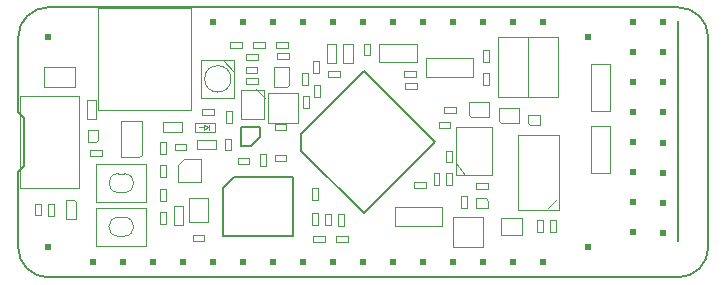
<source format=gbr>
G04 #@! TF.GenerationSoftware,KiCad,Pcbnew,5.1.5+dfsg1-2~bpo10+1*
G04 #@! TF.CreationDate,2020-03-31T11:43:15+02:00*
G04 #@! TF.ProjectId,quickfeather-board,71756963-6b66-4656-9174-6865722d626f,rev?*
G04 #@! TF.SameCoordinates,Original*
G04 #@! TF.FileFunction,Other,Fab,Top*
%FSLAX46Y46*%
G04 Gerber Fmt 4.6, Leading zero omitted, Abs format (unit mm)*
G04 Created by KiCad (PCBNEW 5.1.5+dfsg1-2~bpo10+1) date 2020-03-31 11:43:15*
%MOMM*%
%LPD*%
G04 APERTURE LIST*
%ADD10C,0.150000*%
%ADD11C,0.120000*%
%ADD12C,0.100000*%
G04 APERTURE END LIST*
D10*
X179000000Y-94771700D02*
X179000000Y-113341700D01*
X123101100Y-102463600D02*
X123609100Y-102971600D01*
X123609100Y-102971600D02*
X123609100Y-107035600D01*
X123609100Y-107035600D02*
X123101100Y-107543600D01*
X178981100Y-93573600D02*
G75*
G02X181521100Y-96113600I0J-2540000D01*
G01*
X181521100Y-113893600D02*
G75*
G02X178981100Y-116433600I-2540000J0D01*
G01*
X125641100Y-116433600D02*
X178981100Y-116433600D01*
X181521100Y-113893600D02*
X181521100Y-96113600D01*
X178981100Y-93573600D02*
X125641100Y-93573600D01*
X123101100Y-96113600D02*
G75*
G02X125641100Y-93573600I2540000J0D01*
G01*
X123101100Y-96113600D02*
X123101100Y-102463600D01*
X123101100Y-107543600D02*
X123101100Y-113893600D01*
X125641100Y-116433600D02*
G75*
G02X123101100Y-113893600I0J2540000D01*
G01*
D11*
X143204000Y-100515000D02*
X143966000Y-101277000D01*
X141950000Y-103035000D02*
X141950000Y-100535000D01*
X143950000Y-103035000D02*
X141950000Y-103035000D01*
X143950000Y-100535000D02*
X143950000Y-103035000D01*
X141950000Y-100535000D02*
X143950000Y-100535000D01*
X160928000Y-107784000D02*
X160166000Y-106768000D01*
X160166000Y-107784000D02*
X160166000Y-103720000D01*
X163214000Y-107784000D02*
X160166000Y-107784000D01*
X163214000Y-103720000D02*
X163214000Y-107784000D01*
X160166000Y-103720000D02*
X163214000Y-103720000D01*
X167922000Y-110591600D02*
X168684000Y-109829600D01*
D12*
X165445000Y-110718600D02*
X165445000Y-104368600D01*
X165445000Y-104368600D02*
X168875000Y-104368600D01*
X165445000Y-110718600D02*
X168875000Y-110718600D01*
X168875000Y-110718600D02*
X168875000Y-104368600D01*
X132080000Y-112950000D02*
X131580000Y-112950000D01*
X131580000Y-111350000D02*
X132080000Y-111350000D01*
X131580000Y-111350000D02*
G75*
G03X131580000Y-112950000I0J-800000D01*
G01*
X129730000Y-113750000D02*
X133930000Y-113750000D01*
X129730000Y-110550000D02*
X129730000Y-113750000D01*
X133930000Y-110550000D02*
X129730000Y-110550000D01*
X133930000Y-113750000D02*
X133930000Y-110550000D01*
X132080000Y-112950000D02*
G75*
G03X132080000Y-111350000I0J800000D01*
G01*
X132080000Y-109250000D02*
X131580000Y-109250000D01*
X131580000Y-107650000D02*
X132080000Y-107650000D01*
X131580000Y-107650000D02*
G75*
G03X131580000Y-109250000I0J-800000D01*
G01*
X129730000Y-110050000D02*
X133930000Y-110050000D01*
X129730000Y-106850000D02*
X129730000Y-110050000D01*
X133930000Y-106850000D02*
X129730000Y-106850000D01*
X133930000Y-110050000D02*
X133930000Y-106850000D01*
X132080000Y-109250000D02*
G75*
G03X132080000Y-107650000I0J800000D01*
G01*
X137345300Y-105676700D02*
X136345300Y-105676700D01*
X137345300Y-105176700D02*
X137345300Y-105676700D01*
X136345300Y-105176700D02*
X137345300Y-105176700D01*
X136345300Y-105676700D02*
X136345300Y-105176700D01*
X127120060Y-111501700D02*
X127120060Y-109901700D01*
X127970060Y-111501700D02*
X127120060Y-111501700D01*
X127970060Y-110051700D02*
X127820060Y-109901700D01*
X127970060Y-111501700D02*
X127970060Y-110051700D01*
X127820060Y-109901700D02*
X127120060Y-109901700D01*
D10*
X152360000Y-98979592D02*
X147056699Y-104282893D01*
X158370408Y-104990000D02*
X152360000Y-98979592D01*
X152360000Y-111000408D02*
X158370408Y-104990000D01*
X147056699Y-105697107D02*
X152360000Y-111000408D01*
X147056699Y-104282893D02*
X147056699Y-105697107D01*
D12*
X125620300Y-111201700D02*
X125620300Y-110201700D01*
X126120300Y-111201700D02*
X125620300Y-111201700D01*
X126120300Y-110201700D02*
X126120300Y-111201700D01*
X125620300Y-110201700D02*
X126120300Y-110201700D01*
X173211000Y-103643000D02*
X171611000Y-103643000D01*
X173211000Y-107643000D02*
X173211000Y-103643000D01*
X171611000Y-107643000D02*
X173211000Y-107643000D01*
X171611000Y-103643000D02*
X171611000Y-107643000D01*
X154990000Y-110460000D02*
X154990000Y-112060000D01*
X158990000Y-110460000D02*
X154990000Y-110460000D01*
X158990000Y-112060000D02*
X158990000Y-110460000D01*
X154990000Y-112060000D02*
X158990000Y-112060000D01*
X173211000Y-98343000D02*
X171611000Y-98343000D01*
X173211000Y-102343000D02*
X173211000Y-98343000D01*
X171611000Y-102343000D02*
X173211000Y-102343000D01*
X171611000Y-98343000D02*
X171611000Y-102343000D01*
X157600000Y-97840000D02*
X157600000Y-99440000D01*
X161600000Y-97840000D02*
X157600000Y-97840000D01*
X161600000Y-99440000D02*
X161600000Y-97840000D01*
X157600000Y-99440000D02*
X161600000Y-99440000D01*
D11*
X139180000Y-109730000D02*
X137580000Y-109730000D01*
X139180000Y-111730000D02*
X137592600Y-111720600D01*
X139180000Y-109730000D02*
X139180000Y-111730000D01*
X137580000Y-109730000D02*
X137580000Y-111730000D01*
D10*
X142000000Y-105320000D02*
X142800000Y-105320000D01*
X142000000Y-103720000D02*
X142000000Y-105320000D01*
X143600000Y-103720000D02*
X142000000Y-103720000D01*
X143600000Y-104520000D02*
X143600000Y-103720000D01*
X142800000Y-105320000D02*
X143600000Y-104520000D01*
D12*
X144730000Y-98590000D02*
X146030000Y-98590000D01*
X144730000Y-100290000D02*
X144730000Y-98590000D01*
X145830000Y-100290000D02*
X146030000Y-100115000D01*
X145830000Y-100290000D02*
X144730000Y-100290000D01*
X146030000Y-100115000D02*
X146030000Y-98590000D01*
X165490000Y-102110000D02*
X165490000Y-103410000D01*
X163790000Y-102110000D02*
X165490000Y-102110000D01*
X163790000Y-103210000D02*
X163965000Y-103410000D01*
X163790000Y-103210000D02*
X163790000Y-102110000D01*
X163965000Y-103410000D02*
X165490000Y-103410000D01*
X162940000Y-101580000D02*
X162940000Y-102880000D01*
X161240000Y-101580000D02*
X162940000Y-101580000D01*
X161240000Y-102680000D02*
X161415000Y-102880000D01*
X161240000Y-102680000D02*
X161240000Y-101580000D01*
X161415000Y-102880000D02*
X162940000Y-102880000D01*
X163741100Y-96113600D02*
X166281100Y-96113600D01*
X166281100Y-96113600D02*
X166281100Y-101193600D01*
X163741100Y-101193600D02*
X166281100Y-101193600D01*
X163741100Y-96113600D02*
X163741100Y-101193600D01*
X166281000Y-96113000D02*
X166281000Y-101193000D01*
X166281000Y-101193000D02*
X168821000Y-101193000D01*
X168821000Y-96113000D02*
X168821000Y-101193000D01*
X166281000Y-96113000D02*
X168821000Y-96113000D01*
X141120000Y-99630000D02*
G75*
G03X141120000Y-99630000I-1120000J0D01*
G01*
X141400000Y-99030000D02*
X140400000Y-98030000D01*
X141400000Y-98030000D02*
X138600000Y-98030000D01*
X138600000Y-98030000D02*
X138600000Y-101230000D01*
X138600000Y-101230000D02*
X141400000Y-101230000D01*
X141400000Y-101230000D02*
X141400000Y-98030000D01*
G36*
X160185000Y-114909000D02*
G01*
X159677000Y-114909000D01*
X159677000Y-115417000D01*
X160185000Y-115417000D01*
X160185000Y-114909000D01*
G37*
G36*
X157645000Y-114909000D02*
G01*
X157137000Y-114909000D01*
X157137000Y-115417000D01*
X157645000Y-115417000D01*
X157645000Y-114909000D01*
G37*
G36*
X165265000Y-114909000D02*
G01*
X164757000Y-114909000D01*
X164757000Y-115417000D01*
X165265000Y-115417000D01*
X165265000Y-114909000D01*
G37*
G36*
X152565000Y-114909000D02*
G01*
X152057000Y-114909000D01*
X152057000Y-115417000D01*
X152565000Y-115417000D01*
X152565000Y-114909000D01*
G37*
G36*
X167805000Y-114909000D02*
G01*
X167297000Y-114909000D01*
X167297000Y-115417000D01*
X167805000Y-115417000D01*
X167805000Y-114909000D01*
G37*
G36*
X142405000Y-114909000D02*
G01*
X141897000Y-114909000D01*
X141897000Y-115417000D01*
X142405000Y-115417000D01*
X142405000Y-114909000D01*
G37*
G36*
X155105000Y-114909000D02*
G01*
X154597000Y-114909000D01*
X154597000Y-115417000D01*
X155105000Y-115417000D01*
X155105000Y-114909000D01*
G37*
G36*
X144945000Y-114909000D02*
G01*
X144437000Y-114909000D01*
X144437000Y-115417000D01*
X144945000Y-115417000D01*
X144945000Y-114909000D01*
G37*
G36*
X162725000Y-114909000D02*
G01*
X162217000Y-114909000D01*
X162217000Y-115417000D01*
X162725000Y-115417000D01*
X162725000Y-114909000D01*
G37*
G36*
X150025000Y-114909000D02*
G01*
X149517000Y-114909000D01*
X149517000Y-115417000D01*
X150025000Y-115417000D01*
X150025000Y-114909000D01*
G37*
G36*
X147485000Y-114909000D02*
G01*
X146977000Y-114909000D01*
X146977000Y-115417000D01*
X147485000Y-115417000D01*
X147485000Y-114909000D01*
G37*
G36*
X139865000Y-114909000D02*
G01*
X139357000Y-114909000D01*
X139357000Y-115417000D01*
X139865000Y-115417000D01*
X139865000Y-114909000D01*
G37*
G36*
X134775000Y-114909000D02*
G01*
X134267000Y-114909000D01*
X134267000Y-115417000D01*
X134775000Y-115417000D01*
X134775000Y-114909000D01*
G37*
G36*
X137315000Y-114909000D02*
G01*
X136807000Y-114909000D01*
X136807000Y-115417000D01*
X137315000Y-115417000D01*
X137315000Y-114909000D01*
G37*
G36*
X132235000Y-114909000D02*
G01*
X131727000Y-114909000D01*
X131727000Y-115417000D01*
X132235000Y-115417000D01*
X132235000Y-114909000D01*
G37*
G36*
X129695000Y-114909000D02*
G01*
X129187000Y-114909000D01*
X129187000Y-115417000D01*
X129695000Y-115417000D01*
X129695000Y-114909000D01*
G37*
X148550000Y-98100000D02*
X148550000Y-99100000D01*
X148050000Y-98100000D02*
X148550000Y-98100000D01*
X148050000Y-99100000D02*
X148050000Y-98100000D01*
X148550000Y-99100000D02*
X148050000Y-99100000D01*
X136610000Y-106900000D02*
X137110000Y-106400000D01*
X136610000Y-108400000D02*
X136610000Y-106900000D01*
X138610000Y-108400000D02*
X136610000Y-108400000D01*
X138610000Y-106400000D02*
X138610000Y-108400000D01*
X137110000Y-106400000D02*
X138610000Y-106400000D01*
D10*
X141400000Y-107900000D02*
X140400000Y-108900000D01*
X140400000Y-108900000D02*
X140400000Y-112900000D01*
X140400000Y-112900000D02*
X146400000Y-112900000D01*
X146400000Y-112900000D02*
X146400000Y-107900000D01*
X146400000Y-107900000D02*
X141400000Y-107900000D01*
D12*
X129819100Y-93650000D02*
X137719100Y-93650000D01*
X137719100Y-93650000D02*
X137719100Y-102250000D01*
X129819100Y-102250000D02*
X137719100Y-102250000D01*
X129819100Y-93650000D02*
X129819100Y-102250000D01*
X128240000Y-101103600D02*
X128240000Y-108903600D01*
X128240000Y-101103600D02*
X123240000Y-101103600D01*
X128240000Y-108903600D02*
X123240000Y-108903600D01*
X123240000Y-101103600D02*
X123240000Y-108903600D01*
X125275000Y-98600000D02*
X127925000Y-98600000D01*
X127925000Y-98600000D02*
X127925000Y-100300000D01*
X125275000Y-98600000D02*
X125275000Y-100300000D01*
X125275000Y-100300000D02*
X127925000Y-100300000D01*
D11*
X138080000Y-103330000D02*
X138080000Y-104130000D01*
X139780000Y-103330000D02*
X139780000Y-104130000D01*
X139780000Y-104130000D02*
X138080000Y-104130000D01*
X139780000Y-103330000D02*
X138080000Y-103330000D01*
X138830000Y-103530000D02*
X138830000Y-103730000D01*
X139130000Y-103730000D02*
X138830000Y-103530000D01*
X138830000Y-103930000D02*
X139130000Y-103730000D01*
X138830000Y-103730000D02*
X138830000Y-103930000D01*
X138430000Y-103730000D02*
X138830000Y-103730000D01*
X139230000Y-103930000D02*
X139230000Y-103630000D01*
X139230000Y-103530000D02*
X139230000Y-103630000D01*
X128890000Y-101430000D02*
X128890000Y-103030000D01*
X129690000Y-101430000D02*
X128890000Y-101430000D01*
X129690000Y-103030000D02*
X129690000Y-101430000D01*
X128890000Y-103030000D02*
X129690000Y-103030000D01*
X138250000Y-105600000D02*
X139850000Y-105600000D01*
X138250000Y-104800000D02*
X138250000Y-105600000D01*
X139850000Y-104800000D02*
X138250000Y-104800000D01*
X139850000Y-105600000D02*
X139850000Y-104800000D01*
X136990000Y-103320000D02*
X135390000Y-103320000D01*
X136990000Y-104120000D02*
X136990000Y-103320000D01*
X135390000Y-104120000D02*
X136990000Y-104120000D01*
X135390000Y-103320000D02*
X135390000Y-104120000D01*
X136280000Y-110380000D02*
X136280000Y-111980000D01*
X137080000Y-110380000D02*
X136280000Y-110380000D01*
X137080000Y-111980000D02*
X137080000Y-110380000D01*
X136280000Y-111980000D02*
X137080000Y-111980000D01*
D12*
X129160000Y-105640000D02*
X130160000Y-105640000D01*
X129160000Y-106140000D02*
X129160000Y-105640000D01*
X130160000Y-106140000D02*
X129160000Y-106140000D01*
X130160000Y-105640000D02*
X130160000Y-106140000D01*
X135150000Y-105960000D02*
X135150000Y-104960000D01*
X135650000Y-105960000D02*
X135150000Y-105960000D01*
X135650000Y-104960000D02*
X135650000Y-105960000D01*
X135150000Y-104960000D02*
X135650000Y-104960000D01*
X135650000Y-108940000D02*
X135650000Y-109940000D01*
X135150000Y-108940000D02*
X135650000Y-108940000D01*
X135150000Y-109940000D02*
X135150000Y-108940000D01*
X135650000Y-109940000D02*
X135150000Y-109940000D01*
X135640000Y-106950000D02*
X135640000Y-107950000D01*
X135140000Y-106950000D02*
X135640000Y-106950000D01*
X135140000Y-107950000D02*
X135140000Y-106950000D01*
X135640000Y-107950000D02*
X135140000Y-107950000D01*
X135630000Y-110880000D02*
X135630000Y-111880000D01*
X135130000Y-110880000D02*
X135630000Y-110880000D01*
X135130000Y-111880000D02*
X135130000Y-110880000D01*
X135630000Y-111880000D02*
X135130000Y-111880000D01*
X153630000Y-98180000D02*
X156830000Y-98180000D01*
X156830000Y-98180000D02*
X156830000Y-96680000D01*
X153630000Y-98180000D02*
X153630000Y-96680000D01*
X153630000Y-96680000D02*
X156830000Y-96680000D01*
X152910000Y-96650000D02*
X152910000Y-97650000D01*
X152410000Y-96650000D02*
X152910000Y-96650000D01*
X152410000Y-97650000D02*
X152410000Y-96650000D01*
X152910000Y-97650000D02*
X152410000Y-97650000D01*
X148680000Y-100150000D02*
X148680000Y-101150000D01*
X148180000Y-100150000D02*
X148680000Y-100150000D01*
X148180000Y-101150000D02*
X148180000Y-100150000D01*
X148680000Y-101150000D02*
X148180000Y-101150000D01*
X167520300Y-111601700D02*
X167520300Y-112601700D01*
X167020300Y-111601700D02*
X167520300Y-111601700D01*
X167020300Y-112601700D02*
X167020300Y-111601700D01*
X167520300Y-112601700D02*
X167020300Y-112601700D01*
X150220000Y-112080000D02*
X150220000Y-111080000D01*
X150720000Y-112080000D02*
X150220000Y-112080000D01*
X150720000Y-111080000D02*
X150720000Y-112080000D01*
X150220000Y-111080000D02*
X150720000Y-111080000D01*
X147970000Y-109880000D02*
X147970000Y-108880000D01*
X148470000Y-109880000D02*
X147970000Y-109880000D01*
X148470000Y-108880000D02*
X148470000Y-109880000D01*
X147970000Y-108880000D02*
X148470000Y-108880000D01*
X149110000Y-112040000D02*
X149110000Y-111040000D01*
X149610000Y-112040000D02*
X149110000Y-112040000D01*
X149610000Y-111040000D02*
X149610000Y-112040000D01*
X149110000Y-111040000D02*
X149610000Y-111040000D01*
X148000000Y-112020000D02*
X148000000Y-111020000D01*
X148500000Y-112020000D02*
X148000000Y-112020000D01*
X148500000Y-111020000D02*
X148500000Y-112020000D01*
X148000000Y-111020000D02*
X148500000Y-111020000D01*
X159810000Y-107640000D02*
X159810000Y-108640000D01*
X159310000Y-107640000D02*
X159810000Y-107640000D01*
X159310000Y-108640000D02*
X159310000Y-107640000D01*
X159810000Y-108640000D02*
X159310000Y-108640000D01*
X159320000Y-106710000D02*
X159320000Y-105710000D01*
X159820000Y-106710000D02*
X159320000Y-106710000D01*
X159820000Y-105710000D02*
X159820000Y-106710000D01*
X159320000Y-105710000D02*
X159820000Y-105710000D01*
X143370000Y-100100000D02*
X142370000Y-100100000D01*
X143370000Y-99600000D02*
X143370000Y-100100000D01*
X142370000Y-99600000D02*
X143370000Y-99600000D01*
X142370000Y-100100000D02*
X142370000Y-99600000D01*
X141151000Y-105693000D02*
X140651000Y-105693000D01*
X140651000Y-105693000D02*
X140651000Y-104693000D01*
X140651000Y-104693000D02*
X141151000Y-104693000D01*
X141151000Y-104693000D02*
X141151000Y-105693000D01*
X144811000Y-103473000D02*
X145811000Y-103473000D01*
X144811000Y-103973000D02*
X144811000Y-103473000D01*
X145811000Y-103973000D02*
X144811000Y-103973000D01*
X145811000Y-103473000D02*
X145811000Y-103973000D01*
X147730000Y-101070000D02*
X147730000Y-102070000D01*
X147230000Y-101070000D02*
X147730000Y-101070000D01*
X147230000Y-102070000D02*
X147230000Y-101070000D01*
X147730000Y-102070000D02*
X147230000Y-102070000D01*
X141230000Y-102345000D02*
X141230000Y-103345000D01*
X140730000Y-102345000D02*
X141230000Y-102345000D01*
X140730000Y-103345000D02*
X140730000Y-102345000D01*
X141230000Y-103345000D02*
X140730000Y-103345000D01*
X147100000Y-100110000D02*
X147100000Y-99110000D01*
X147600000Y-100110000D02*
X147100000Y-100110000D01*
X147600000Y-99110000D02*
X147600000Y-100110000D01*
X147100000Y-99110000D02*
X147600000Y-99110000D01*
X155830000Y-100010000D02*
X156830000Y-100010000D01*
X155830000Y-100510000D02*
X155830000Y-100010000D01*
X156830000Y-100510000D02*
X155830000Y-100510000D01*
X156830000Y-100010000D02*
X156830000Y-100510000D01*
X159150000Y-102000000D02*
X160150000Y-102000000D01*
X159150000Y-102500000D02*
X159150000Y-102000000D01*
X160150000Y-102500000D02*
X159150000Y-102500000D01*
X160150000Y-102000000D02*
X160150000Y-102500000D01*
X145990000Y-97920000D02*
X144990000Y-97920000D01*
X145990000Y-97420000D02*
X145990000Y-97920000D01*
X144990000Y-97420000D02*
X145990000Y-97420000D01*
X144990000Y-97920000D02*
X144990000Y-97420000D01*
X149340000Y-98980000D02*
X150340000Y-98980000D01*
X149340000Y-99480000D02*
X149340000Y-98980000D01*
X150340000Y-99480000D02*
X149340000Y-99480000D01*
X150340000Y-98980000D02*
X150340000Y-99480000D01*
X159700000Y-103770000D02*
X158700000Y-103770000D01*
X159700000Y-103270000D02*
X159700000Y-103770000D01*
X158700000Y-103270000D02*
X159700000Y-103270000D01*
X158700000Y-103770000D02*
X158700000Y-103270000D01*
D11*
X149250000Y-96650000D02*
X149250000Y-98250000D01*
X150050000Y-96650000D02*
X149250000Y-96650000D01*
X150050000Y-98250000D02*
X150050000Y-96650000D01*
X149250000Y-98250000D02*
X150050000Y-98250000D01*
D12*
X144815000Y-106070000D02*
X145815000Y-106070000D01*
X144815000Y-106570000D02*
X144815000Y-106070000D01*
X145815000Y-106570000D02*
X144815000Y-106570000D01*
X145815000Y-106070000D02*
X145815000Y-106570000D01*
D11*
X150640000Y-96650000D02*
X150640000Y-98250000D01*
X151440000Y-96650000D02*
X150640000Y-96650000D01*
X151440000Y-98250000D02*
X151440000Y-96650000D01*
X150640000Y-98250000D02*
X151440000Y-98250000D01*
D12*
X157610000Y-108840000D02*
X156610000Y-108840000D01*
X157610000Y-108340000D02*
X157610000Y-108840000D01*
X156610000Y-108340000D02*
X157610000Y-108340000D01*
X156610000Y-108840000D02*
X156610000Y-108340000D01*
X142681000Y-106873000D02*
X141681000Y-106873000D01*
X142681000Y-106373000D02*
X142681000Y-106873000D01*
X141681000Y-106373000D02*
X142681000Y-106373000D01*
X141681000Y-106873000D02*
X141681000Y-106373000D01*
X144091000Y-105993000D02*
X144091000Y-106993000D01*
X143591000Y-105993000D02*
X144091000Y-105993000D01*
X143591000Y-106993000D02*
X143591000Y-105993000D01*
X144091000Y-106993000D02*
X143591000Y-106993000D01*
X162470000Y-100170000D02*
X162470000Y-99170000D01*
X162970000Y-100170000D02*
X162470000Y-100170000D01*
X162970000Y-99170000D02*
X162970000Y-100170000D01*
X162470000Y-99170000D02*
X162970000Y-99170000D01*
X138700000Y-102170000D02*
X139700000Y-102170000D01*
X138700000Y-102670000D02*
X138700000Y-102170000D01*
X139700000Y-102670000D02*
X138700000Y-102670000D01*
X139700000Y-102170000D02*
X139700000Y-102670000D01*
X142360000Y-98650000D02*
X143360000Y-98650000D01*
X142360000Y-99150000D02*
X142360000Y-98650000D01*
X143360000Y-99150000D02*
X142360000Y-99150000D01*
X143360000Y-98650000D02*
X143360000Y-99150000D01*
X148070000Y-112940000D02*
X149070000Y-112940000D01*
X148070000Y-113440000D02*
X148070000Y-112940000D01*
X149070000Y-113440000D02*
X148070000Y-113440000D01*
X149070000Y-112940000D02*
X149070000Y-113440000D01*
X150015000Y-112950000D02*
X151015000Y-112950000D01*
X150015000Y-113450000D02*
X150015000Y-112950000D01*
X151015000Y-113450000D02*
X150015000Y-113450000D01*
X151015000Y-112950000D02*
X151015000Y-113450000D01*
X168130000Y-112600000D02*
X168130000Y-111600000D01*
X168630000Y-112600000D02*
X168130000Y-112600000D01*
X168630000Y-111600000D02*
X168630000Y-112600000D01*
X168130000Y-111600000D02*
X168630000Y-111600000D01*
X162890000Y-108490000D02*
X162890000Y-108990000D01*
X162890000Y-108990000D02*
X161890000Y-108990000D01*
X161890000Y-108990000D02*
X161890000Y-108490000D01*
X161890000Y-108490000D02*
X162890000Y-108490000D01*
X161100000Y-109530000D02*
X161100000Y-110530000D01*
X160600000Y-109530000D02*
X161100000Y-109530000D01*
X160600000Y-110530000D02*
X160600000Y-109530000D01*
X161100000Y-110530000D02*
X160600000Y-110530000D01*
X142370000Y-97540000D02*
X143370000Y-97540000D01*
X142370000Y-98040000D02*
X142370000Y-97540000D01*
X143370000Y-98040000D02*
X142370000Y-98040000D01*
X143370000Y-97540000D02*
X143370000Y-98040000D01*
X124550000Y-111190000D02*
X124550000Y-110190000D01*
X125050000Y-111190000D02*
X124550000Y-111190000D01*
X125050000Y-110190000D02*
X125050000Y-111190000D01*
X124550000Y-110190000D02*
X125050000Y-110190000D01*
X158270000Y-108630000D02*
X158270000Y-107630000D01*
X158770000Y-108630000D02*
X158270000Y-108630000D01*
X158770000Y-107630000D02*
X158770000Y-108630000D01*
X158270000Y-107630000D02*
X158770000Y-107630000D01*
X156790000Y-99460000D02*
X155790000Y-99460000D01*
X156790000Y-98960000D02*
X156790000Y-99460000D01*
X155790000Y-98960000D02*
X156790000Y-98960000D01*
X155790000Y-99460000D02*
X155790000Y-98960000D01*
X133325000Y-106255000D02*
X131825000Y-106255000D01*
X133575000Y-106080000D02*
X133575000Y-103205000D01*
X133325000Y-106255000D02*
X133575000Y-106080000D01*
X131825000Y-103205000D02*
X133575000Y-103205000D01*
X131825000Y-106255000D02*
X131825000Y-103205000D01*
X162980000Y-97200000D02*
X162980000Y-98200000D01*
X162480000Y-97200000D02*
X162980000Y-97200000D01*
X162480000Y-98200000D02*
X162480000Y-97200000D01*
X162980000Y-98200000D02*
X162480000Y-98200000D01*
X141040000Y-96500000D02*
X142040000Y-96500000D01*
X141040000Y-97000000D02*
X141040000Y-96500000D01*
X142040000Y-97000000D02*
X141040000Y-97000000D01*
X142040000Y-96500000D02*
X142040000Y-97000000D01*
X144000000Y-96990000D02*
X143000000Y-96990000D01*
X144000000Y-96490000D02*
X144000000Y-96990000D01*
X143000000Y-96490000D02*
X144000000Y-96490000D01*
X143000000Y-96990000D02*
X143000000Y-96490000D01*
X144970000Y-96500000D02*
X145970000Y-96500000D01*
X144970000Y-97000000D02*
X144970000Y-96500000D01*
X145970000Y-97000000D02*
X144970000Y-97000000D01*
X145970000Y-96500000D02*
X145970000Y-97000000D01*
G36*
X177481000Y-112393000D02*
G01*
X177481000Y-112901000D01*
X177989000Y-112901000D01*
X177989000Y-112393000D01*
X177481000Y-112393000D01*
G37*
G36*
X177481000Y-109853000D02*
G01*
X177481000Y-110361000D01*
X177989000Y-110361000D01*
X177989000Y-109853000D01*
X177481000Y-109853000D01*
G37*
G36*
X177481000Y-104773000D02*
G01*
X177481000Y-105281000D01*
X177989000Y-105281000D01*
X177989000Y-104773000D01*
X177481000Y-104773000D01*
G37*
G36*
X177481000Y-107313000D02*
G01*
X177481000Y-107821000D01*
X177989000Y-107821000D01*
X177989000Y-107313000D01*
X177481000Y-107313000D01*
G37*
G36*
X177481000Y-102223000D02*
G01*
X177481000Y-102731000D01*
X177989000Y-102731000D01*
X177989000Y-102223000D01*
X177481000Y-102223000D01*
G37*
G36*
X177481000Y-94603000D02*
G01*
X177481000Y-95111000D01*
X177989000Y-95111000D01*
X177989000Y-94603000D01*
X177481000Y-94603000D01*
G37*
G36*
X174941000Y-112383000D02*
G01*
X174941000Y-112891000D01*
X175449000Y-112891000D01*
X175449000Y-112383000D01*
X174941000Y-112383000D01*
G37*
G36*
X174941000Y-99683000D02*
G01*
X174941000Y-100191000D01*
X175449000Y-100191000D01*
X175449000Y-99683000D01*
X174941000Y-99683000D01*
G37*
G36*
X177481000Y-97143000D02*
G01*
X177481000Y-97651000D01*
X177989000Y-97651000D01*
X177989000Y-97143000D01*
X177481000Y-97143000D01*
G37*
G36*
X174941000Y-107303000D02*
G01*
X174941000Y-107811000D01*
X175449000Y-107811000D01*
X175449000Y-107303000D01*
X174941000Y-107303000D01*
G37*
G36*
X177481000Y-99683000D02*
G01*
X177481000Y-100191000D01*
X177989000Y-100191000D01*
X177989000Y-99683000D01*
X177481000Y-99683000D01*
G37*
G36*
X174941000Y-94603000D02*
G01*
X174941000Y-95111000D01*
X175449000Y-95111000D01*
X175449000Y-94603000D01*
X174941000Y-94603000D01*
G37*
G36*
X174941000Y-109843000D02*
G01*
X174941000Y-110351000D01*
X175449000Y-110351000D01*
X175449000Y-109843000D01*
X174941000Y-109843000D01*
G37*
G36*
X174941000Y-97143000D02*
G01*
X174941000Y-97651000D01*
X175449000Y-97651000D01*
X175449000Y-97143000D01*
X174941000Y-97143000D01*
G37*
G36*
X174941000Y-104763000D02*
G01*
X174941000Y-105271000D01*
X175449000Y-105271000D01*
X175449000Y-104763000D01*
X174941000Y-104763000D01*
G37*
G36*
X174941000Y-102223000D02*
G01*
X174941000Y-102731000D01*
X175449000Y-102731000D01*
X175449000Y-102223000D01*
X174941000Y-102223000D01*
G37*
G36*
X125401100Y-96343600D02*
G01*
X125909100Y-96343600D01*
X125909100Y-95835600D01*
X125401100Y-95835600D01*
X125401100Y-96343600D01*
G37*
G36*
X125401100Y-114123600D02*
G01*
X125909100Y-114123600D01*
X125909100Y-113615600D01*
X125401100Y-113615600D01*
X125401100Y-114123600D01*
G37*
G36*
X171121100Y-114123600D02*
G01*
X171629100Y-114123600D01*
X171629100Y-113615600D01*
X171121100Y-113615600D01*
X171121100Y-114123600D01*
G37*
G36*
X171121100Y-96343600D02*
G01*
X171629100Y-96343600D01*
X171629100Y-95835600D01*
X171121100Y-95835600D01*
X171121100Y-96343600D01*
G37*
X138870000Y-113360000D02*
X137870000Y-113360000D01*
X138870000Y-112860000D02*
X138870000Y-113360000D01*
X137870000Y-112860000D02*
X138870000Y-112860000D01*
X137870000Y-113360000D02*
X137870000Y-112860000D01*
X144280000Y-103340000D02*
X144280000Y-100800000D01*
X144280000Y-100800000D02*
X146820000Y-100800000D01*
X146820000Y-103340000D02*
X146820000Y-100800000D01*
X144280000Y-103340000D02*
X146820000Y-103340000D01*
X159926000Y-113894000D02*
X159926000Y-111354000D01*
X159926000Y-111354000D02*
X162466000Y-111354000D01*
X162466000Y-113894000D02*
X162466000Y-111354000D01*
X159926000Y-113894000D02*
X162466000Y-113894000D01*
G36*
X144437000Y-95097000D02*
G01*
X144945000Y-95097000D01*
X144945000Y-94589000D01*
X144437000Y-94589000D01*
X144437000Y-95097000D01*
G37*
G36*
X154597000Y-95097000D02*
G01*
X155105000Y-95097000D01*
X155105000Y-94589000D01*
X154597000Y-94589000D01*
X154597000Y-95097000D01*
G37*
G36*
X152057000Y-95097000D02*
G01*
X152565000Y-95097000D01*
X152565000Y-94589000D01*
X152057000Y-94589000D01*
X152057000Y-95097000D01*
G37*
G36*
X167297000Y-95097000D02*
G01*
X167805000Y-95097000D01*
X167805000Y-94589000D01*
X167297000Y-94589000D01*
X167297000Y-95097000D01*
G37*
G36*
X157137000Y-95097000D02*
G01*
X157645000Y-95097000D01*
X157645000Y-94589000D01*
X157137000Y-94589000D01*
X157137000Y-95097000D01*
G37*
G36*
X141897000Y-95097000D02*
G01*
X142405000Y-95097000D01*
X142405000Y-94589000D01*
X141897000Y-94589000D01*
X141897000Y-95097000D01*
G37*
G36*
X162217000Y-95097000D02*
G01*
X162725000Y-95097000D01*
X162725000Y-94589000D01*
X162217000Y-94589000D01*
X162217000Y-95097000D01*
G37*
G36*
X149517000Y-95097000D02*
G01*
X150025000Y-95097000D01*
X150025000Y-94589000D01*
X149517000Y-94589000D01*
X149517000Y-95097000D01*
G37*
G36*
X139357000Y-95097000D02*
G01*
X139865000Y-95097000D01*
X139865000Y-94589000D01*
X139357000Y-94589000D01*
X139357000Y-95097000D01*
G37*
G36*
X159677000Y-95097000D02*
G01*
X160185000Y-95097000D01*
X160185000Y-94589000D01*
X159677000Y-94589000D01*
X159677000Y-95097000D01*
G37*
G36*
X164757000Y-95097000D02*
G01*
X165265000Y-95097000D01*
X165265000Y-94589000D01*
X164757000Y-94589000D01*
X164757000Y-95097000D01*
G37*
G36*
X146977000Y-95097000D02*
G01*
X147485000Y-95097000D01*
X147485000Y-94589000D01*
X146977000Y-94589000D01*
X146977000Y-95097000D01*
G37*
X162905000Y-110595000D02*
X161855000Y-110595000D01*
X161855000Y-110595000D02*
X161855000Y-109745000D01*
X162905000Y-109945000D02*
X162730000Y-109745000D01*
X162905000Y-109945000D02*
X162905000Y-110595000D01*
X162730000Y-109745000D02*
X161855000Y-109745000D01*
X166225000Y-102715000D02*
X167275000Y-102715000D01*
X167275000Y-102715000D02*
X167275000Y-103565000D01*
X166225000Y-103365000D02*
X166400000Y-103565000D01*
X166225000Y-103365000D02*
X166225000Y-102715000D01*
X166400000Y-103565000D02*
X167275000Y-103565000D01*
X129025000Y-104975000D02*
X129025000Y-103925000D01*
X129025000Y-103925000D02*
X129875000Y-103925000D01*
X129675000Y-104975000D02*
X129875000Y-104800000D01*
X129675000Y-104975000D02*
X129025000Y-104975000D01*
X129875000Y-104800000D02*
X129875000Y-103925000D01*
X163995300Y-112851700D02*
X163995300Y-111451700D01*
X163995300Y-112851700D02*
X165795300Y-112851700D01*
X165795300Y-111451700D02*
X163995300Y-111451700D01*
X165795300Y-111451700D02*
X165795300Y-112851700D01*
M02*

</source>
